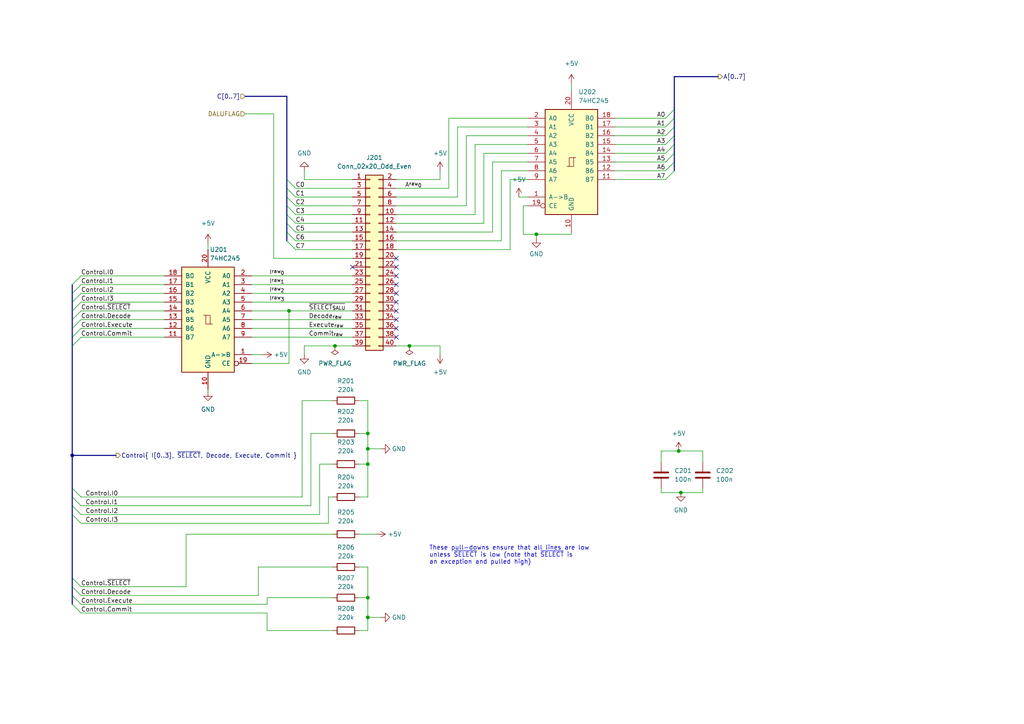
<source format=kicad_sch>
(kicad_sch (version 20211123) (generator eeschema)
  (paper "A4")
  (lib_symbols
    (symbol "74xx:74HC245" (pin_names (offset 1.016))
      (property "Reference" "U" (at -7.62 16.51 0))
      (property "Value" "74HC245" (at -7.62 -16.51 0))
      (symbol "74HC245_1_0"
        (polyline (pts (xy -0.635 -1.27) (xy -0.635 1.27) (xy 0.635 1.27)))
        (polyline (pts (xy -1.27 -1.27) (xy 0.635 -1.27) (xy 0.635 1.27) (xy 1.27 1.27)))
        (pin input line (at -12.7 -10.16 0) (length 5.08) (name "A->B") (number "1"))
        (pin power_in line (at 0 -20.32 90) (length 5.08) (name "GND") (number "10"))
        (pin tri_state line (at 12.7 -5.08 180) (length 5.08) (name "B7") (number "11"))
        (pin tri_state line (at 12.7 -2.54 180) (length 5.08) (name "B6") (number "12"))
        (pin tri_state line (at 12.7 0 180) (length 5.08) (name "B5") (number "13"))
        (pin tri_state line (at 12.7 2.54 180) (length 5.08) (name "B4") (number "14"))
        (pin tri_state line (at 12.7 5.08 180) (length 5.08) (name "B3") (number "15"))
        (pin tri_state line (at 12.7 7.62 180) (length 5.08) (name "B2") (number "16"))
        (pin tri_state line (at 12.7 10.16 180) (length 5.08) (name "B1") (number "17"))
        (pin tri_state line (at 12.7 12.7 180) (length 5.08) (name "B0") (number "18"))
        (pin input inverted (at -12.7 -12.7 0) (length 5.08) (name "CE") (number "19"))
        (pin tri_state line (at -12.7 12.7 0) (length 5.08) (name "A0") (number "2"))
        (pin power_in line (at 0 20.32 270) (length 5.08) (name "VCC") (number "20"))
        (pin tri_state line (at -12.7 10.16 0) (length 5.08) (name "A1") (number "3"))
        (pin tri_state line (at -12.7 7.62 0) (length 5.08) (name "A2") (number "4"))
        (pin tri_state line (at -12.7 5.08 0) (length 5.08) (name "A3") (number "5"))
        (pin tri_state line (at -12.7 2.54 0) (length 5.08) (name "A4") (number "6"))
        (pin tri_state line (at -12.7 0 0) (length 5.08) (name "A5") (number "7"))
        (pin tri_state line (at -12.7 -2.54 0) (length 5.08) (name "A6") (number "8"))
        (pin tri_state line (at -12.7 -5.08 0) (length 5.08) (name "A7") (number "9"))
      )
      (symbol "74HC245_1_1"
        (rectangle (start -7.62 15.24) (end 7.62 -15.24) (stroke (width 0.254)) (fill (type background)))
      )
    )
    (symbol "Connector_Generic:Conn_02x20_Odd_Even" (pin_names (offset 1.016) hide)
      (property "Reference" "J" (at 1.27 25.4 0))
      (property "Value" "Conn_02x20_Odd_Even" (at 1.27 -27.94 0))
      (symbol "Conn_02x20_Odd_Even_1_1"
        (rectangle (start -1.27 -25.273) (end 0 -25.527) (stroke (width 0.1524)))
        (rectangle (start -1.27 -22.733) (end 0 -22.987) (stroke (width 0.1524)))
        (rectangle (start -1.27 -20.193) (end 0 -20.447) (stroke (width 0.1524)))
        (rectangle (start -1.27 -17.653) (end 0 -17.907) (stroke (width 0.1524)))
        (rectangle (start -1.27 -15.113) (end 0 -15.367) (stroke (width 0.1524)))
        (rectangle (start -1.27 -12.573) (end 0 -12.827) (stroke (width 0.1524)))
        (rectangle (start -1.27 -10.033) (end 0 -10.287) (stroke (width 0.1524)))
        (rectangle (start -1.27 -7.493) (end 0 -7.747) (stroke (width 0.1524)))
        (rectangle (start -1.27 -4.953) (end 0 -5.207) (stroke (width 0.1524)))
        (rectangle (start -1.27 -2.413) (end 0 -2.667) (stroke (width 0.1524)))
        (rectangle (start -1.27 0.127) (end 0 -0.127) (stroke (width 0.1524)))
        (rectangle (start -1.27 2.667) (end 0 2.413) (stroke (width 0.1524)))
        (rectangle (start -1.27 5.207) (end 0 4.953) (stroke (width 0.1524)))
        (rectangle (start -1.27 7.747) (end 0 7.493) (stroke (width 0.1524)))
        (rectangle (start -1.27 10.287) (end 0 10.033) (stroke (width 0.1524)))
        (rectangle (start -1.27 12.827) (end 0 12.573) (stroke (width 0.1524)))
        (rectangle (start -1.27 15.367) (end 0 15.113) (stroke (width 0.1524)))
        (rectangle (start -1.27 17.907) (end 0 17.653) (stroke (width 0.1524)))
        (rectangle (start -1.27 20.447) (end 0 20.193) (stroke (width 0.1524)))
        (rectangle (start -1.27 22.987) (end 0 22.733) (stroke (width 0.1524)))
        (rectangle (start -1.27 24.13) (end 3.81 -26.67) (stroke (width 0.254)) (fill (type background)))
        (rectangle (start 3.81 -25.273) (end 2.54 -25.527) (stroke (width 0.1524)))
        (rectangle (start 3.81 -22.733) (end 2.54 -22.987) (stroke (width 0.1524)))
        (rectangle (start 3.81 -20.193) (end 2.54 -20.447) (stroke (width 0.1524)))
        (rectangle (start 3.81 -17.653) (end 2.54 -17.907) (stroke (width 0.1524)))
        (rectangle (start 3.81 -15.113) (end 2.54 -15.367) (stroke (width 0.1524)))
        (rectangle (start 3.81 -12.573) (end 2.54 -12.827) (stroke (width 0.1524)))
        (rectangle (start 3.81 -10.033) (end 2.54 -10.287) (stroke (width 0.1524)))
        (rectangle (start 3.81 -7.493) (end 2.54 -7.747) (stroke (width 0.1524)))
        (rectangle (start 3.81 -4.953) (end 2.54 -5.207) (stroke (width 0.1524)))
        (rectangle (start 3.81 -2.413) (end 2.54 -2.667) (stroke (width 0.1524)))
        (rectangle (start 3.81 0.127) (end 2.54 -0.127) (stroke (width 0.1524)))
        (rectangle (start 3.81 2.667) (end 2.54 2.413) (stroke (width 0.1524)))
        (rectangle (start 3.81 5.207) (end 2.54 4.953) (stroke (width 0.1524)))
        (rectangle (start 3.81 7.747) (end 2.54 7.493) (stroke (width 0.1524)))
        (rectangle (start 3.81 10.287) (end 2.54 10.033) (stroke (width 0.1524)))
        (rectangle (start 3.81 12.827) (end 2.54 12.573) (stroke (width 0.1524)))
        (rectangle (start 3.81 15.367) (end 2.54 15.113) (stroke (width 0.1524)))
        (rectangle (start 3.81 17.907) (end 2.54 17.653) (stroke (width 0.1524)))
        (rectangle (start 3.81 20.447) (end 2.54 20.193) (stroke (width 0.1524)))
        (rectangle (start 3.81 22.987) (end 2.54 22.733) (stroke (width 0.1524)))
        (pin passive line (at -5.08 22.86 0) (length 3.81) (name "Pin_1") (number "1"))
        (pin passive line (at 7.62 12.7 180) (length 3.81) (name "Pin_10") (number "10"))
        (pin passive line (at -5.08 10.16 0) (length 3.81) (name "Pin_11") (number "11"))
        (pin passive line (at 7.62 10.16 180) (length 3.81) (name "Pin_12") (number "12"))
        (pin passive line (at -5.08 7.62 0) (length 3.81) (name "Pin_13") (number "13"))
        (pin passive line (at 7.62 7.62 180) (length 3.81) (name "Pin_14") (number "14"))
        (pin passive line (at -5.08 5.08 0) (length 3.81) (name "Pin_15") (number "15"))
        (pin passive line (at 7.62 5.08 180) (length 3.81) (name "Pin_16") (number "16"))
        (pin passive line (at -5.08 2.54 0) (length 3.81) (name "Pin_17") (number "17"))
        (pin passive line (at 7.62 2.54 180) (length 3.81) (name "Pin_18") (number "18"))
        (pin passive line (at -5.08 0 0) (length 3.81) (name "Pin_19") (number "19"))
        (pin passive line (at 7.62 22.86 180) (length 3.81) (name "Pin_2") (number "2"))
        (pin passive line (at 7.62 0 180) (length 3.81) (name "Pin_20") (number "20"))
        (pin passive line (at -5.08 -2.54 0) (length 3.81) (name "Pin_21") (number "21"))
        (pin passive line (at 7.62 -2.54 180) (length 3.81) (name "Pin_22") (number "22"))
        (pin passive line (at -5.08 -5.08 0) (length 3.81) (name "Pin_23") (number "23"))
        (pin passive line (at 7.62 -5.08 180) (length 3.81) (name "Pin_24") (number "24"))
        (pin passive line (at -5.08 -7.62 0) (length 3.81) (name "Pin_25") (number "25"))
        (pin passive line (at 7.62 -7.62 180) (length 3.81) (name "Pin_26") (number "26"))
        (pin passive line (at -5.08 -10.16 0) (length 3.81) (name "Pin_27") (number "27"))
        (pin passive line (at 7.62 -10.16 180) (length 3.81) (name "Pin_28") (number "28"))
        (pin passive line (at -5.08 -12.7 0) (length 3.81) (name "Pin_29") (number "29"))
        (pin passive line (at -5.08 20.32 0) (length 3.81) (name "Pin_3") (number "3"))
        (pin passive line (at 7.62 -12.7 180) (length 3.81) (name "Pin_30") (number "30"))
        (pin passive line (at -5.08 -15.24 0) (length 3.81) (name "Pin_31") (number "31"))
        (pin passive line (at 7.62 -15.24 180) (length 3.81) (name "Pin_32") (number "32"))
        (pin passive line (at -5.08 -17.78 0) (length 3.81) (name "Pin_33") (number "33"))
        (pin passive line (at 7.62 -17.78 180) (length 3.81) (name "Pin_34") (number "34"))
        (pin passive line (at -5.08 -20.32 0) (length 3.81) (name "Pin_35") (number "35"))
        (pin passive line (at 7.62 -20.32 180) (length 3.81) (name "Pin_36") (number "36"))
        (pin passive line (at -5.08 -22.86 0) (length 3.81) (name "Pin_37") (number "37"))
        (pin passive line (at 7.62 -22.86 180) (length 3.81) (name "Pin_38") (number "38"))
        (pin passive line (at -5.08 -25.4 0) (length 3.81) (name "Pin_39") (number "39"))
        (pin passive line (at 7.62 20.32 180) (length 3.81) (name "Pin_4") (number "4"))
        (pin passive line (at 7.62 -25.4 180) (length 3.81) (name "Pin_40") (number "40"))
        (pin passive line (at -5.08 17.78 0) (length 3.81) (name "Pin_5") (number "5"))
        (pin passive line (at 7.62 17.78 180) (length 3.81) (name "Pin_6") (number "6"))
        (pin passive line (at -5.08 15.24 0) (length 3.81) (name "Pin_7") (number "7"))
        (pin passive line (at 7.62 15.24 180) (length 3.81) (name "Pin_8") (number "8"))
        (pin passive line (at -5.08 12.7 0) (length 3.81) (name "Pin_9") (number "9"))
      )
    )
    (symbol "Device:C" (pin_numbers hide) (pin_names (offset 0.254))
      (property "Reference" "C" (at 0.635 2.54 0))
      (property "Value" "C" (at 0.635 -2.54 0))
      (symbol "C_0_1"
        (polyline (pts (xy -2.032 -0.762) (xy 2.032 -0.762)) (stroke (width 0.508)))
        (polyline (pts (xy -2.032 0.762) (xy 2.032 0.762)) (stroke (width 0.508)))
      )
      (symbol "C_1_1"
        (pin passive line (at 0 3.81 270) (length 2.794) (name "~") (number "1"))
        (pin passive line (at 0 -3.81 90) (length 2.794) (name "~") (number "2"))
      )
    )
    (symbol "Device:R" (pin_numbers hide) (pin_names (offset 0))
      (property "Reference" "R" (at 2.032 0 90))
      (property "Value" "R" (at 0 0 90))
      (symbol "R_0_1"
        (rectangle (start -1.016 -2.54) (end 1.016 2.54) (stroke (width 0.254)))
      )
      (symbol "R_1_1"
        (pin passive line (at 0 3.81 270) (length 1.27) (name "~") (number "1"))
        (pin passive line (at 0 -3.81 90) (length 1.27) (name "~") (number "2"))
      )
    )
    (symbol "power:+5V" (power) (pin_names (offset 0))
      (property "Value" "+5V" (at 0 3.556 0))
      (symbol "+5V_0_1"
        (polyline (pts (xy -0.762 1.27) (xy 0 2.54)))
        (polyline (pts (xy 0 0) (xy 0 2.54)))
        (polyline (pts (xy 0 2.54) (xy 0.762 1.27)))
      )
      (symbol "+5V_1_1"
        (pin power_in line (at 0 0 90) (length 0) hide (name "+5V") (number "1"))
      )
    )
    (symbol "power:GND" (power) (pin_names (offset 0))
      (property "Value" "GND" (at 0 -3.81 0))
      (symbol "GND_0_1"
        (polyline (pts (xy 0 0) (xy 0 -1.27) (xy 1.27 -1.27) (xy 0 -2.54) (xy -1.27 -1.27) (xy 0 -1.27)))
      )
      (symbol "GND_1_1"
        (pin power_in line (at 0 0 270) (length 0) hide (name "GND") (number "1"))
      )
    )
    (symbol "power:PWR_FLAG" (power) (pin_numbers hide) (pin_names (offset 0) hide)
      (property "Value" "PWR_FLAG" (at 0 3.81 0))
      (symbol "PWR_FLAG_0_0"
        (pin power_out line (at 0 0 90) (length 0) (name "pwr") (number "1"))
      )
      (symbol "PWR_FLAG_0_1"
        (polyline (pts (xy 0 0) (xy 0 1.27) (xy -1.016 1.905) (xy 0 2.54) (xy 1.016 1.905) (xy 0 1.27)))
      )
    )
  )
  (junction (at 106.68 134.62))
  (junction (at 106.68 130.175))
  (junction (at 106.68 125.73))
  (junction (at 196.85 130.81))
  (junction (at 106.68 173.355))
  (junction (at 83.82 90.17))
  (junction (at 155.575 67.945))
  (junction (at 20.955 132.08))
  (junction (at 197.485 142.875))
  (junction (at 118.745 100.33))
  (junction (at 97.155 100.33))
  (junction (at 106.68 179.07))
  (no_connect (at 114.935 85.09))
  (no_connect (at 114.935 92.71))
  (no_connect (at 114.935 87.63))
  (no_connect (at 114.935 82.55))
  (no_connect (at 114.935 80.01))
  (no_connect (at 114.935 74.93))
  (no_connect (at 102.235 77.47))
  (no_connect (at 114.935 97.79))
  (no_connect (at 114.935 77.47))
  (no_connect (at 114.935 90.17))
  (no_connect (at 114.935 95.25))
  (bus_entry (at 20.955 170.18) (size 2.54 2.54))
  (bus_entry (at 83.185 69.85) (size 2.54 2.54))
  (bus_entry (at 195.58 46.99) (size -2.54 2.54))
  (bus_entry (at 20.955 172.72) (size 2.54 2.54))
  (bus_entry (at 83.185 54.61) (size 2.54 2.54))
  (bus_entry (at 83.185 64.77) (size 2.54 2.54))
  (bus_entry (at 20.955 90.17) (size 2.54 -2.54))
  (bus_entry (at 20.955 82.55) (size 2.54 -2.54))
  (bus_entry (at 20.955 100.33) (size 2.54 -2.54))
  (bus_entry (at 195.58 44.45) (size -2.54 2.54))
  (bus_entry (at 20.955 167.64) (size 2.54 2.54))
  (bus_entry (at 20.955 85.09) (size 2.54 -2.54))
  (bus_entry (at 20.955 97.79) (size 2.54 -2.54))
  (bus_entry (at 20.955 146.685) (size 2.54 2.54))
  (bus_entry (at 83.185 52.07) (size 2.54 2.54))
  (bus_entry (at 83.185 62.23) (size 2.54 2.54))
  (bus_entry (at 20.955 141.605) (size 2.54 2.54))
  (bus_entry (at 20.955 87.63) (size 2.54 -2.54))
  (bus_entry (at 83.185 67.31) (size 2.54 2.54))
  (bus_entry (at 20.955 95.25) (size 2.54 -2.54))
  (bus_entry (at 83.185 57.15) (size 2.54 2.54))
  (bus_entry (at 195.58 41.91) (size -2.54 2.54))
  (bus_entry (at 195.58 34.29) (size -2.54 2.54))
  (bus_entry (at 20.955 149.225) (size 2.54 2.54))
  (bus_entry (at 195.58 31.75) (size -2.54 2.54))
  (bus_entry (at 195.58 49.53) (size -2.54 2.54))
  (bus_entry (at 195.58 36.83) (size -2.54 2.54))
  (bus_entry (at 195.58 39.37) (size -2.54 2.54))
  (bus_entry (at 20.955 92.71) (size 2.54 -2.54))
  (bus_entry (at 20.955 175.26) (size 2.54 2.54))
  (bus_entry (at 83.185 59.69) (size 2.54 2.54))
  (bus_entry (at 20.955 144.145) (size 2.54 2.54))
  (bus (pts (xy 20.955 100.33) (xy 20.955 132.08)))
  (wire (pts (xy 23.495 177.8) (xy 77.47 177.8)))
  (wire (pts (xy 106.68 144.145) (xy 104.14 144.145)))
  (bus (pts (xy 83.185 59.69) (xy 83.185 62.23)))
  (wire (pts (xy 73.025 80.01) (xy 102.235 80.01)))
  (wire (pts (xy 60.325 70.485) (xy 60.325 72.39)))
  (bus (pts (xy 71.12 27.94) (xy 83.185 27.94)))
  (wire (pts (xy 106.68 116.205) (xy 104.14 116.205)))
  (wire (pts (xy 53.975 170.18) (xy 53.975 154.94)))
  (wire (pts (xy 151.765 59.69) (xy 151.765 67.945)))
  (bus (pts (xy 195.58 39.37) (xy 195.58 41.91)))
  (wire (pts (xy 114.935 52.07) (xy 127.635 52.07)))
  (wire (pts (xy 104.14 182.88) (xy 106.68 182.88)))
  (wire (pts (xy 127.635 100.33) (xy 118.745 100.33)))
  (bus (pts (xy 83.185 62.23) (xy 83.185 64.77)))
  (wire (pts (xy 130.175 34.29) (xy 153.035 34.29)))
  (wire (pts (xy 73.025 90.17) (xy 83.82 90.17)))
  (bus (pts (xy 83.185 64.77) (xy 83.185 67.31)))
  (wire (pts (xy 74.93 172.72) (xy 74.93 164.465)))
  (wire (pts (xy 137.795 41.91) (xy 153.035 41.91)))
  (wire (pts (xy 106.68 179.07) (xy 110.49 179.07)))
  (wire (pts (xy 96.52 173.355) (xy 77.47 173.355)))
  (wire (pts (xy 196.85 130.81) (xy 203.835 130.81)))
  (wire (pts (xy 130.175 54.61) (xy 130.175 34.29)))
  (wire (pts (xy 23.495 97.79) (xy 47.625 97.79)))
  (bus (pts (xy 20.955 144.145) (xy 20.955 146.685)))
  (wire (pts (xy 87.63 144.145) (xy 87.63 116.205)))
  (bus (pts (xy 20.955 167.64) (xy 20.955 170.18)))
  (wire (pts (xy 74.93 164.465) (xy 96.52 164.465)))
  (bus (pts (xy 20.955 132.08) (xy 20.955 141.605)))
  (wire (pts (xy 73.025 85.09) (xy 102.235 85.09)))
  (wire (pts (xy 23.495 92.71) (xy 47.625 92.71)))
  (wire (pts (xy 77.47 177.8) (xy 77.47 182.88)))
  (wire (pts (xy 197.485 142.875) (xy 203.835 142.875)))
  (wire (pts (xy 106.68 182.88) (xy 106.68 179.07)))
  (wire (pts (xy 76.2 102.87) (xy 73.025 102.87)))
  (wire (pts (xy 106.68 173.355) (xy 106.68 164.465)))
  (wire (pts (xy 106.68 173.355) (xy 104.14 173.355)))
  (bus (pts (xy 20.955 95.25) (xy 20.955 97.79)))
  (bus (pts (xy 20.955 97.79) (xy 20.955 100.33)))
  (wire (pts (xy 104.14 154.94) (xy 109.22 154.94)))
  (wire (pts (xy 71.12 33.02) (xy 79.375 33.02)))
  (wire (pts (xy 140.335 44.45) (xy 153.035 44.45)))
  (wire (pts (xy 90.17 146.685) (xy 90.17 125.73)))
  (wire (pts (xy 23.495 146.685) (xy 90.17 146.685)))
  (wire (pts (xy 151.765 67.945) (xy 155.575 67.945)))
  (wire (pts (xy 137.795 62.23) (xy 114.935 62.23)))
  (wire (pts (xy 132.715 36.83) (xy 153.035 36.83)))
  (bus (pts (xy 195.58 44.45) (xy 195.58 46.99)))
  (wire (pts (xy 23.495 151.765) (xy 95.25 151.765)))
  (bus (pts (xy 195.58 41.91) (xy 195.58 44.45)))
  (wire (pts (xy 178.435 46.99) (xy 193.04 46.99)))
  (wire (pts (xy 85.725 72.39) (xy 102.235 72.39)))
  (wire (pts (xy 118.745 100.33) (xy 114.935 100.33)))
  (wire (pts (xy 95.25 151.765) (xy 95.25 144.145)))
  (wire (pts (xy 114.935 72.39) (xy 147.955 72.39)))
  (bus (pts (xy 33.655 132.08) (xy 20.955 132.08)))
  (bus (pts (xy 83.185 54.61) (xy 83.185 57.15)))
  (wire (pts (xy 147.955 72.39) (xy 147.955 52.07)))
  (bus (pts (xy 83.185 67.31) (xy 83.185 69.85)))
  (bus (pts (xy 83.185 52.07) (xy 83.185 54.61)))
  (wire (pts (xy 79.375 74.93) (xy 102.235 74.93)))
  (wire (pts (xy 90.17 125.73) (xy 96.52 125.73)))
  (bus (pts (xy 20.955 85.09) (xy 20.955 87.63)))
  (wire (pts (xy 147.955 52.07) (xy 153.035 52.07)))
  (wire (pts (xy 178.435 34.29) (xy 193.04 34.29)))
  (wire (pts (xy 92.71 149.225) (xy 92.71 134.62)))
  (wire (pts (xy 142.875 67.31) (xy 142.875 46.99)))
  (bus (pts (xy 20.955 82.55) (xy 20.955 85.09)))
  (wire (pts (xy 142.875 46.99) (xy 153.035 46.99)))
  (wire (pts (xy 135.255 59.69) (xy 114.935 59.69)))
  (wire (pts (xy 191.77 141.605) (xy 191.77 142.875)))
  (wire (pts (xy 73.025 87.63) (xy 102.235 87.63)))
  (bus (pts (xy 208.28 22.225) (xy 195.58 22.225)))
  (wire (pts (xy 127.635 49.53) (xy 127.635 52.07)))
  (wire (pts (xy 23.495 80.01) (xy 47.625 80.01)))
  (bus (pts (xy 20.955 87.63) (xy 20.955 90.17)))
  (wire (pts (xy 83.82 105.41) (xy 83.82 90.17)))
  (wire (pts (xy 23.495 85.09) (xy 47.625 85.09)))
  (wire (pts (xy 165.735 67.945) (xy 165.735 67.31)))
  (wire (pts (xy 106.68 164.465) (xy 104.14 164.465)))
  (wire (pts (xy 132.715 57.15) (xy 132.715 36.83)))
  (bus (pts (xy 195.58 34.29) (xy 195.58 36.83)))
  (wire (pts (xy 106.68 144.145) (xy 106.68 134.62)))
  (wire (pts (xy 106.68 125.73) (xy 106.68 116.205)))
  (wire (pts (xy 79.375 33.02) (xy 79.375 74.93)))
  (wire (pts (xy 53.975 154.94) (xy 96.52 154.94)))
  (wire (pts (xy 106.68 130.175) (xy 106.68 125.73)))
  (wire (pts (xy 137.795 41.91) (xy 137.795 62.23)))
  (wire (pts (xy 23.495 149.225) (xy 92.71 149.225)))
  (wire (pts (xy 23.495 87.63) (xy 47.625 87.63)))
  (wire (pts (xy 114.935 67.31) (xy 142.875 67.31)))
  (wire (pts (xy 23.495 172.72) (xy 74.93 172.72)))
  (bus (pts (xy 20.955 172.72) (xy 20.955 175.26)))
  (wire (pts (xy 23.495 82.55) (xy 47.625 82.55)))
  (wire (pts (xy 191.77 133.985) (xy 191.77 130.81)))
  (wire (pts (xy 114.935 57.15) (xy 132.715 57.15)))
  (wire (pts (xy 106.68 125.73) (xy 104.14 125.73)))
  (bus (pts (xy 20.955 90.17) (xy 20.955 92.71)))
  (wire (pts (xy 85.725 57.15) (xy 102.235 57.15)))
  (wire (pts (xy 106.68 134.62) (xy 104.14 134.62)))
  (wire (pts (xy 106.68 130.175) (xy 110.49 130.175)))
  (wire (pts (xy 60.325 113.03) (xy 60.325 113.665)))
  (wire (pts (xy 23.495 144.145) (xy 87.63 144.145)))
  (bus (pts (xy 195.58 36.83) (xy 195.58 39.37)))
  (wire (pts (xy 114.935 54.61) (xy 130.175 54.61)))
  (wire (pts (xy 97.155 100.33) (xy 102.235 100.33)))
  (wire (pts (xy 73.025 82.55) (xy 102.235 82.55)))
  (wire (pts (xy 150.495 57.15) (xy 153.035 57.15)))
  (wire (pts (xy 23.495 95.25) (xy 47.625 95.25)))
  (wire (pts (xy 165.735 24.13) (xy 165.735 26.67)))
  (wire (pts (xy 178.435 39.37) (xy 193.04 39.37)))
  (wire (pts (xy 92.71 134.62) (xy 96.52 134.62)))
  (wire (pts (xy 106.68 134.62) (xy 106.68 130.175)))
  (wire (pts (xy 140.335 64.77) (xy 140.335 44.45)))
  (bus (pts (xy 20.955 149.225) (xy 20.955 167.64)))
  (wire (pts (xy 85.725 69.85) (xy 102.235 69.85)))
  (wire (pts (xy 77.47 182.88) (xy 96.52 182.88)))
  (bus (pts (xy 195.58 22.225) (xy 195.58 31.75)))
  (wire (pts (xy 203.835 141.605) (xy 203.835 142.875)))
  (wire (pts (xy 85.725 64.77) (xy 102.235 64.77)))
  (wire (pts (xy 191.77 142.875) (xy 197.485 142.875)))
  (wire (pts (xy 191.77 130.81) (xy 196.85 130.81)))
  (wire (pts (xy 127.635 102.87) (xy 127.635 100.33)))
  (wire (pts (xy 145.415 49.53) (xy 153.035 49.53)))
  (wire (pts (xy 73.025 95.25) (xy 102.235 95.25)))
  (wire (pts (xy 135.255 39.37) (xy 135.255 59.69)))
  (wire (pts (xy 85.725 67.31) (xy 102.235 67.31)))
  (bus (pts (xy 83.185 57.15) (xy 83.185 59.69)))
  (bus (pts (xy 195.58 46.99) (xy 195.58 49.53)))
  (wire (pts (xy 83.82 90.17) (xy 102.235 90.17)))
  (wire (pts (xy 23.495 90.17) (xy 47.625 90.17)))
  (wire (pts (xy 95.25 144.145) (xy 96.52 144.145)))
  (bus (pts (xy 20.955 170.18) (xy 20.955 172.72)))
  (wire (pts (xy 114.935 69.85) (xy 145.415 69.85)))
  (wire (pts (xy 77.47 173.355) (xy 77.47 175.26)))
  (wire (pts (xy 114.935 64.77) (xy 140.335 64.77)))
  (wire (pts (xy 85.725 59.69) (xy 102.235 59.69)))
  (wire (pts (xy 88.265 100.33) (xy 97.155 100.33)))
  (wire (pts (xy 178.435 41.91) (xy 193.04 41.91)))
  (wire (pts (xy 73.025 92.71) (xy 102.235 92.71)))
  (wire (pts (xy 145.415 69.85) (xy 145.415 49.53)))
  (bus (pts (xy 20.955 141.605) (xy 20.955 144.145)))
  (wire (pts (xy 178.435 52.07) (xy 193.04 52.07)))
  (wire (pts (xy 85.725 62.23) (xy 102.235 62.23)))
  (wire (pts (xy 178.435 44.45) (xy 193.04 44.45)))
  (bus (pts (xy 195.58 31.75) (xy 195.58 34.29)))
  (wire (pts (xy 135.255 39.37) (xy 153.035 39.37)))
  (wire (pts (xy 73.025 105.41) (xy 83.82 105.41)))
  (wire (pts (xy 73.025 97.79) (xy 102.235 97.79)))
  (wire (pts (xy 23.495 175.26) (xy 77.47 175.26)))
  (wire (pts (xy 88.265 102.87) (xy 88.265 100.33)))
  (wire (pts (xy 178.435 49.53) (xy 193.04 49.53)))
  (wire (pts (xy 23.495 170.18) (xy 53.975 170.18)))
  (wire (pts (xy 153.035 59.69) (xy 151.765 59.69)))
  (wire (pts (xy 102.235 52.07) (xy 88.265 52.07)))
  (bus (pts (xy 83.185 27.94) (xy 83.185 52.07)))
  (wire (pts (xy 155.575 67.945) (xy 155.575 69.215)))
  (wire (pts (xy 155.575 67.945) (xy 165.735 67.945)))
  (wire (pts (xy 178.435 36.83) (xy 193.04 36.83)))
  (wire (pts (xy 85.725 54.61) (xy 102.235 54.61)))
  (bus (pts (xy 20.955 92.71) (xy 20.955 95.25)))
  (wire (pts (xy 106.68 179.07) (xy 106.68 173.355)))
  (wire (pts (xy 87.63 116.205) (xy 96.52 116.205)))
  (bus (pts (xy 20.955 146.685) (xy 20.955 149.225)))
  (wire (pts (xy 203.835 130.81) (xy 203.835 133.985)))
  (wire (pts (xy 88.265 52.07) (xy 88.265 49.53)))
  (text "These pull-downs ensure that all lines are low\nunless ~{SELECT} is low (note that ~{SELECT} is\nan exception and pulled high)" (at 124.46 163.83 0) (effects (font (size 1.27 1.27)) (justify left bottom)))
  (label "C0" (at 85.725 54.61 0))
  (label "A1" (at 190.5 36.83 0))
  (label "Commit_{raw}" (at 89.535 97.79 0))
  (label "I^{raw}_{3}" (at 78.105 87.63 0))
  (label "Control.Decode" (at 23.495 92.71 0))
  (label "Control.I0" (at 23.495 80.01 0))
  (label "C6" (at 85.725 69.85 0))
  (label "A5" (at 190.5 46.99 0))
  (label "Control.I3" (at 24.765 151.765 0))
  (label "Control.I2" (at 24.765 149.225 0))
  (label "Control.Commit" (at 23.495 97.79 0))
  (label "C4" (at 85.725 64.77 0))
  (label "Control.I1" (at 24.765 146.685 0))
  (label "A4" (at 190.5 44.45 0))
  (label "Control.Execute" (at 23.495 175.26 0))
  (label "A0" (at 190.5 34.29 0))
  (label "C1" (at 85.725 57.15 0))
  (label "Control.I3" (at 23.495 87.63 0))
  (label "Control.Decode" (at 23.495 172.72 0))
  (label "Control.Commit" (at 23.495 177.8 0))
  (label "A7" (at 190.5 52.07 0))
  (label "A3" (at 190.5 41.91 0))
  (label "A^{raw}_{0}" (at 117.475 54.61 0))
  (label "Decode_{raw}" (at 89.535 92.71 0))
  (label "A6" (at 190.5 49.53 0))
  (label "Control.~{SELECT}" (at 23.495 90.17 0))
  (label "I^{raw}_{1}" (at 78.105 82.55 0))
  (label "I^{raw}_{2}" (at 78.105 85.09 0))
  (label "C3" (at 85.725 62.23 0))
  (label "Control.I2" (at 23.495 85.09 0))
  (label "Execute_{raw}" (at 89.535 95.25 0))
  (label "C5" (at 85.725 67.31 0))
  (label "Control.I0" (at 24.765 144.145 0))
  (label "C2" (at 85.725 59.69 0))
  (label "A2" (at 190.5 39.37 0))
  (label "C7" (at 85.725 72.39 0))
  (label "~{SELECT_{SALU}}" (at 89.535 90.17 0))
  (label "Control.I1" (at 23.495 82.55 0))
  (label "I^{raw}_{0}" (at 78.105 80.01 0))
  (label "Control.~{SELECT}" (at 23.495 170.18 0))
  (label "Control.Execute" (at 23.495 95.25 0))
  (hierarchical_label "A[0..7]" (shape output) (at 208.28 22.225 0))
  (hierarchical_label "C[0..7]" (shape input) (at 71.12 27.94 180))
  (hierarchical_label "Control{ I[0..3], ~{SELECT}, Decode, Execute, Commit }" (shape output) (at 33.655 132.08 0))
  (hierarchical_label "DALUFLAG" (shape input) (at 71.12 33.02 180))
  (symbol (lib_id "Device:R") (at 100.33 116.205 90) (mirror x) (unit 1)
    (property "Reference" "R201" (at 100.33 110.49 90))
    (property "Value" "220k" (at 100.33 113.03 90))
    (property "Footprint" "Resistor_SMD:R_0603_1608Metric" (effects hide))
    (property "Datasheet" "https://datasheet.lcsc.com/lcsc/2206010130_UNI-ROYAL-Uniroyal-Elec-0603WAF2203T5E_C22961.pdf" (effects hide))
    (property "LCSC" "C22961" (effects hide))
  )
  (symbol (lib_id "Device:R") (at 100.33 144.145 90) (mirror x) (unit 1)
    (property "Reference" "R204" (at 100.33 138.43 90))
    (property "Value" "220k" (at 100.33 140.97 90))
    (property "Footprint" "Resistor_SMD:R_0603_1608Metric" (effects hide))
    (property "Datasheet" "https://datasheet.lcsc.com/lcsc/2206010130_UNI-ROYAL-Uniroyal-Elec-0603WAF2203T5E_C22961.pdf" (effects hide))
    (property "LCSC" "C22961" (effects hide))
  )
  (symbol (lib_id "Device:R") (at 100.33 134.62 90) (mirror x) (unit 1)
    (property "Reference" "R203" (at 100.33 128.27 90))
    (property "Value" "220k" (at 100.33 130.81 90))
    (property "Footprint" "Resistor_SMD:R_0603_1608Metric" (effects hide))
    (property "Datasheet" "https://datasheet.lcsc.com/lcsc/2206010130_UNI-ROYAL-Uniroyal-Elec-0603WAF2203T5E_C22961.pdf" (effects hide))
    (property "LCSC" "C22961" (effects hide))
  )
  (symbol (lib_id "power:GND") (at 60.325 113.665 0) (unit 1)
    (property "Reference" "#PWR0202" (effects hide))
    (property "Value" "GND" (at 60.325 118.745 0))
  )
  (symbol (lib_id "Device:R") (at 100.33 164.465 90) (mirror x) (unit 1)
    (property "Reference" "R206" (at 100.33 158.75 90))
    (property "Value" "220k" (at 100.33 161.29 90))
    (property "Footprint" "Resistor_SMD:R_0603_1608Metric" (effects hide))
    (property "Datasheet" "https://datasheet.lcsc.com/lcsc/2206010130_UNI-ROYAL-Uniroyal-Elec-0603WAF2203T5E_C22961.pdf" (effects hide))
    (property "LCSC" "C22961" (effects hide))
  )
  (symbol (lib_id "power:+5V") (at 60.325 70.485 0) (unit 1)
    (property "Reference" "#PWR0201" (effects hide))
    (property "Value" "+5V" (at 60.325 64.77 0))
  )
  (symbol (lib_id "power:GND") (at 88.265 102.87 0) (unit 1)
    (property "Reference" "#PWR0205" (effects hide))
    (property "Value" "GND" (at 88.265 107.95 0))
  )
  (symbol (lib_id "power:PWR_FLAG") (at 97.155 100.33 180) (unit 1)
    (property "Reference" "#FLG0201" (effects hide))
    (property "Value" "PWR_FLAG" (at 97.155 105.41 0))
  )
  (symbol (lib_id "Device:R") (at 100.33 125.73 90) (mirror x) (unit 1)
    (property "Reference" "R202" (at 100.33 119.38 90))
    (property "Value" "220k" (at 100.33 121.92 90))
    (property "Footprint" "Resistor_SMD:R_0603_1608Metric" (effects hide))
    (property "Datasheet" "https://datasheet.lcsc.com/lcsc/2206010130_UNI-ROYAL-Uniroyal-Elec-0603WAF2203T5E_C22961.pdf" (effects hide))
    (property "LCSC" "C22961" (effects hide))
  )
  (symbol (lib_id "power:+5V") (at 127.635 102.87 180) (unit 1)
    (property "Reference" "#PWR0210" (effects hide))
    (property "Value" "+5V" (at 127.635 107.95 0))
  )
  (symbol (lib_id "power:+5V") (at 109.22 154.94 270) (unit 1)
    (property "Reference" "#PWR0206" (effects hide))
    (property "Value" "+5V" (at 112.395 154.9399 90) (effects (justify left)))
  )
  (symbol (lib_id "power:GND") (at 88.265 49.53 180) (unit 1)
    (property "Reference" "#PWR0204" (effects hide))
    (property "Value" "GND" (at 88.265 44.45 0))
  )
  (symbol (lib_id "power:+5V") (at 196.85 130.81 0) (unit 1)
    (property "Reference" "#PWR0214" (effects hide))
    (property "Value" "+5V" (at 196.85 125.73 0))
  )
  (symbol (lib_id "power:GND") (at 110.49 179.07 90) (mirror x) (unit 1)
    (property "Reference" "#PWR0208" (effects hide))
    (property "Value" "GND" (at 113.665 179.0699 90) (effects (justify right)))
  )
  (symbol (lib_id "Device:R") (at 100.33 173.355 90) (mirror x) (unit 1)
    (property "Reference" "R207" (at 100.33 167.64 90))
    (property "Value" "220k" (at 100.33 170.18 90))
    (property "Footprint" "Resistor_SMD:R_0603_1608Metric" (effects hide))
    (property "Datasheet" "https://datasheet.lcsc.com/lcsc/2206010130_UNI-ROYAL-Uniroyal-Elec-0603WAF2203T5E_C22961.pdf" (effects hide))
    (property "LCSC" "C22961" (effects hide))
  )
  (symbol (lib_id "power:GND") (at 155.575 69.215 0) (unit 1)
    (property "Reference" "#PWR0212" (effects hide))
    (property "Value" "GND" (at 155.575 73.66 0))
  )
  (symbol (lib_id "power:GND") (at 197.485 142.875 0) (unit 1)
    (property "Reference" "#PWR0215" (effects hide))
    (property "Value" "GND" (at 197.485 147.955 0))
  )
  (symbol (lib_id "74xx:74HC245") (at 60.325 92.71 0) (mirror y) (unit 1)
    (property "Reference" "U201" (at 60.8456 72.39 0) (effects (justify right)))
    (property "Value" "74HC245" (at 60.8456 74.93 0) (effects (justify right)))
    (property "Footprint" "Package_SO:SOIC-20W_7.5x12.8mm_P1.27mm" (effects hide))
    (property "Datasheet" "http://www.ti.com/lit/gpn/sn74HC245" (effects hide))
    (property "LCSC" "C5625" (effects hide))
  )
  (symbol (lib_id "74xx:74HC245") (at 165.735 46.99 0) (unit 1)
    (property "Reference" "U202" (at 167.7544 26.67 0) (effects (justify left)))
    (property "Value" "74HC245" (at 167.7544 29.21 0) (effects (justify left)))
    (property "Footprint" "Package_SO:SOIC-20W_7.5x12.8mm_P1.27mm" (effects hide))
    (property "Datasheet" "http://www.ti.com/lit/gpn/sn74HC245" (effects hide))
    (property "LCSC" "C5625" (effects hide))
  )
  (symbol (lib_id "power:PWR_FLAG") (at 118.745 100.33 180) (unit 1)
    (property "Reference" "#FLG0202" (effects hide))
    (property "Value" "PWR_FLAG" (at 118.745 105.41 0))
  )
  (symbol (lib_id "power:+5V") (at 150.495 57.15 0) (unit 1)
    (property "Reference" "#PWR0211" (effects hide))
    (property "Value" "+5V" (at 150.495 52.07 0))
  )
  (symbol (lib_id "power:+5V") (at 76.2 102.87 270) (unit 1)
    (property "Reference" "#PWR0203" (effects hide))
    (property "Value" "+5V" (at 79.375 102.8701 90) (effects (justify left)))
  )
  (symbol (lib_id "Device:R") (at 100.33 182.88 90) (mirror x) (unit 1)
    (property "Reference" "R208" (at 100.33 176.53 90))
    (property "Value" "220k" (at 100.33 179.07 90))
    (property "Footprint" "Resistor_SMD:R_0603_1608Metric" (effects hide))
    (property "Datasheet" "https://datasheet.lcsc.com/lcsc/2206010130_UNI-ROYAL-Uniroyal-Elec-0603WAF2203T5E_C22961.pdf" (effects hide))
    (property "LCSC" "C22961" (effects hide))
  )
  (symbol (lib_id "Device:C") (at 203.835 137.795 0) (unit 1)
    (property "Reference" "C202" (at 207.645 136.5249 0) (effects (justify left)))
    (property "Value" "100n" (at 207.645 139.0649 0) (effects (justify left)))
    (property "Footprint" "Capacitor_SMD:C_0603_1608Metric" (effects hide))
    (property "Datasheet" "https://datasheet.lcsc.com/lcsc/1809301912_YAGEO-CC0603KRX7R9BB104_C14663.pdf" (effects hide))
    (property "LCSC" "C14663" (effects hide))
  )
  (symbol (lib_id "power:+5V") (at 127.635 49.53 0) (unit 1)
    (property "Reference" "#PWR0209" (effects hide))
    (property "Value" "+5V" (at 127.635 44.45 0))
  )
  (symbol (lib_id "Device:C") (at 191.77 137.795 0) (unit 1)
    (property "Reference" "C201" (at 195.58 136.5249 0) (effects (justify left)))
    (property "Value" "100n" (at 195.58 139.0649 0) (effects (justify left)))
    (property "Footprint" "Capacitor_SMD:C_0603_1608Metric" (effects hide))
    (property "Datasheet" "https://datasheet.lcsc.com/lcsc/1809301912_YAGEO-CC0603KRX7R9BB104_C14663.pdf" (effects hide))
    (property "LCSC" "C14663" (effects hide))
  )
  (symbol (lib_id "Connector_Generic:Conn_02x20_Odd_Even") (at 107.315 74.93 0) (unit 1)
    (property "Reference" "J201" (at 108.585 45.72 0))
    (property "Value" "Conn_02x20_Odd_Even" (at 108.585 48.26 0))
    (property "Footprint" "Connector_PinHeader_2.54mm:PinHeader_2x20_P2.54mm_Vertical" (effects hide))
  )
  (symbol (lib_id "power:GND") (at 110.49 130.175 90) (mirror x) (unit 1)
    (property "Reference" "#PWR0207" (effects hide))
    (property "Value" "GND" (at 113.665 130.1749 90) (effects (justify right)))
  )
  (symbol (lib_id "Device:R") (at 100.33 154.94 90) (mirror x) (unit 1)
    (property "Reference" "R205" (at 100.33 148.59 90))
    (property "Value" "220k" (at 100.33 151.13 90))
    (property "Footprint" "Resistor_SMD:R_0603_1608Metric" (effects hide))
    (property "Datasheet" "https://datasheet.lcsc.com/lcsc/2206010130_UNI-ROYAL-Uniroyal-Elec-0603WAF2203T5E_C22961.pdf" (effects hide))
    (property "LCSC" "C22961" (effects hide))
  )
  (symbol (lib_id "power:+5V") (at 165.735 24.13 0) (unit 1)
    (property "Reference" "#PWR0213" (effects hide))
    (property "Value" "+5V" (at 165.735 18.415 0))
  )
)
</source>
